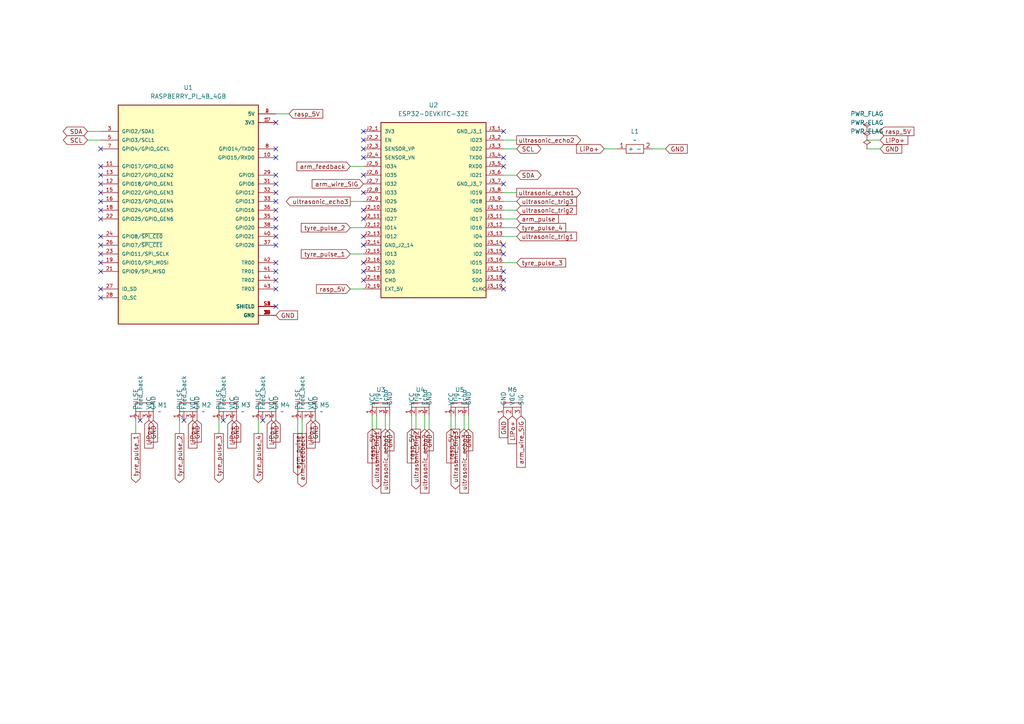
<source format=kicad_sch>
(kicad_sch (version 20250114) (generator "eeschema") (generator_version "9.0")
  (paper "A4")
  (lib_symbols
    (symbol "power:PWR_FLAG" (power) (pin_numbers (hide yes)) (pin_names (offset 0) (hide yes))
      (property "Value" "PWR_FLAG" (at 0 3.81 0))
      (symbol "PWR_FLAG_0_0"
        (pin power_out line (at 0 0 90) (length 0) (name "~") (number "1"))
      )
      (symbol "PWR_FLAG_0_1"
        (polyline (pts (xy 0 0) (xy 0 1.27) (xy -1.016 1.905) (xy 0 2.54) (xy 1.016 1.905) (xy 0 1.27)))
      )
    )
    (symbol "robo:ESP32-DEVKITC-32E" (pin_names (offset 1.016))
      (property "Reference" "U" (at -15.24 26.162 0))
      (property "Value" "ESP32-DEVKITC-32E" (at -15.24 -27.94 0))
      (symbol "ESP32-DEVKITC-32E_0_0"
        (rectangle (start -15.24 -25.4) (end 15.24 25.4) (stroke (width 0.254)) (fill (type background)))
        (pin power_in line (at -20.32 22.86 0) (length 5.08) (name "3V3") (number "J2_1"))
        (pin input line (at -20.32 20.32 0) (length 5.08) (name "EN") (number "J2_2"))
        (pin bidirectional line (at -20.32 17.78 0) (length 5.08) (name "SENSOR_VP") (number "J2_3"))
        (pin bidirectional line (at -20.32 15.24 0) (length 5.08) (name "SENSOR_VN") (number "J2_4"))
        (pin bidirectional line (at -20.32 12.7 0) (length 5.08) (name "IO34") (number "J2_5"))
        (pin bidirectional line (at -20.32 10.16 0) (length 5.08) (name "IO35") (number "J2_6"))
        (pin bidirectional line (at -20.32 7.62 0) (length 5.08) (name "IO32") (number "J2_7"))
        (pin bidirectional line (at -20.32 5.08 0) (length 5.08) (name "IO33") (number "J2_8"))
        (pin bidirectional line (at -20.32 2.54 0) (length 5.08) (name "IO25") (number "J2_9"))
        (pin bidirectional line (at -20.32 0 0) (length 5.08) (name "IO26") (number "J2_10"))
        (pin bidirectional line (at -20.32 -2.54 0) (length 5.08) (name "IO27") (number "J2_11"))
        (pin bidirectional line (at -20.32 -5.08 0) (length 5.08) (name "IO14") (number "J2_12"))
        (pin bidirectional line (at -20.32 -7.62 0) (length 5.08) (name "IO12") (number "J2_13"))
        (pin power_in line (at -20.32 -10.16 0) (length 5.08) (name "GND_J2_14") (number "J2_14"))
        (pin bidirectional line (at -20.32 -12.7 0) (length 5.08) (name "IO13") (number "J2_15"))
        (pin bidirectional line (at -20.32 -15.24 0) (length 5.08) (name "SD2") (number "J2_16"))
        (pin bidirectional line (at -20.32 -17.78 0) (length 5.08) (name "SD3") (number "J2_17"))
        (pin bidirectional line (at -20.32 -20.32 0) (length 5.08) (name "CMD") (number "J2_18"))
        (pin power_in line (at -20.32 -22.86 0) (length 5.08) (name "EXT_5V") (number "J2_19"))
        (pin power_in line (at 20.32 22.86 180) (length 5.08) (name "GND_J3_1") (number "J3_1"))
        (pin bidirectional line (at 20.32 20.32 180) (length 5.08) (name "IO23") (number "J3_2"))
        (pin bidirectional line (at 20.32 17.78 180) (length 5.08) (name "IO22") (number "J3_3"))
        (pin bidirectional line (at 20.32 15.24 180) (length 5.08) (name "TXD0") (number "J3_4"))
        (pin bidirectional line (at 20.32 12.7 180) (length 5.08) (name "RXD0") (number "J3_5"))
        (pin bidirectional line (at 20.32 10.16 180) (length 5.08) (name "IO21") (number "J3_6"))
        (pin power_in line (at 20.32 7.62 180) (length 5.08) (name "GND_J3_7") (number "J3_7"))
        (pin bidirectional line (at 20.32 5.08 180) (length 5.08) (name "IO19") (number "J3_8"))
        (pin bidirectional line (at 20.32 2.54 180) (length 5.08) (name "IO18") (number "J3_9"))
        (pin bidirectional line (at 20.32 0 180) (length 5.08) (name "IO5") (number "J3_10"))
        (pin bidirectional line (at 20.32 -2.54 180) (length 5.08) (name "IO17") (number "J3_11"))
        (pin bidirectional line (at 20.32 -5.08 180) (length 5.08) (name "IO16") (number "J3_12"))
        (pin bidirectional line (at 20.32 -7.62 180) (length 5.08) (name "IO4") (number "J3_13"))
        (pin bidirectional line (at 20.32 -10.16 180) (length 5.08) (name "IO0") (number "J3_14"))
        (pin bidirectional line (at 20.32 -12.7 180) (length 5.08) (name "IO2") (number "J3_15"))
        (pin bidirectional line (at 20.32 -15.24 180) (length 5.08) (name "IO15") (number "J3_16"))
        (pin bidirectional line (at 20.32 -17.78 180) (length 5.08) (name "SD1") (number "J3_17"))
        (pin bidirectional line (at 20.32 -20.32 180) (length 5.08) (name "SD0") (number "J3_18"))
        (pin bidirectional clock (at 20.32 -22.86 180) (length 5.08) (name "CLK") (number "J3_19"))
      )
    )
    (symbol "robo:LiPo_battery"
      (property "Reference" "L" (at 0 0 0))
      (symbol "LiPo_battery_0_1"
        (rectangle (start -2.54 1.27) (end 2.54 -1.27))
      )
      (symbol "LiPo_battery_1_1"
        (pin power_in line (at -5.08 0 0) (length 2.54) (name "+") (number "1"))
        (pin power_in line (at 5.08 0 180) (length 2.54) (name "-") (number "2"))
      )
    )
    (symbol "robo:RASPBERRY_PI_4B_4GB" (pin_names (offset 1.016))
      (property "Reference" "U" (at -20.32 33.528 0))
      (property "Value" "RASPBERRY_PI_4B_4GB" (at -20.32 -33.02 0))
      (symbol "RASPBERRY_PI_4B_4GB_0_0"
        (rectangle (start -20.32 -30.48) (end 20.32 33.02) (stroke (width 0.254)) (fill (type background)))
        (pin bidirectional line (at -25.4 25.4 0) (length 5.08) (name "GPIO2/SDA1") (number "3"))
        (pin bidirectional line (at -25.4 22.86 0) (length 5.08) (name "GPIO3/SCL1") (number "5"))
        (pin bidirectional line (at -25.4 20.32 0) (length 5.08) (name "GPIO4/GPIO_GCKL") (number "7"))
        (pin bidirectional line (at -25.4 15.24 0) (length 5.08) (name "GPIO17/GPIO_GEN0") (number "11"))
        (pin bidirectional line (at -25.4 12.7 0) (length 5.08) (name "GPIO27/GPIO_GEN2") (number "13"))
        (pin bidirectional line (at -25.4 10.16 0) (length 5.08) (name "GPIO18/GPIO_GEN1") (number "12"))
        (pin bidirectional line (at -25.4 7.62 0) (length 5.08) (name "GPIO22/GPIO_GEN3") (number "15"))
        (pin bidirectional line (at -25.4 5.08 0) (length 5.08) (name "GPIO23/GPIO_GEN4") (number "16"))
        (pin bidirectional line (at -25.4 2.54 0) (length 5.08) (name "GPIO24/GPIO_GEN5") (number "18"))
        (pin bidirectional line (at -25.4 0 0) (length 5.08) (name "GPIO25/GPIO_GEN6") (number "22"))
        (pin bidirectional line (at -25.4 -5.08 0) (length 5.08) (name "GPIO8/~{SPI_CE0}") (number "24"))
        (pin bidirectional line (at -25.4 -7.62 0) (length 5.08) (name "GPIO7/~{SPI_CE1}") (number "26"))
        (pin bidirectional line (at -25.4 -10.16 0) (length 5.08) (name "GPIO11/SPI_SCLK") (number "23"))
        (pin bidirectional line (at -25.4 -12.7 0) (length 5.08) (name "GPIO10/SPI_MOSI") (number "19"))
        (pin bidirectional line (at -25.4 -15.24 0) (length 5.08) (name "GPIO9/SPI_MISO") (number "21"))
        (pin bidirectional line (at -25.4 -20.32 0) (length 5.08) (name "ID_SD") (number "27"))
        (pin bidirectional line (at -25.4 -22.86 0) (length 5.08) (name "ID_SC") (number "28"))
        (pin power_in line (at 25.4 30.48 180) (length 5.08) (name "5V") (number "2"))
        (pin power_in line (at 25.4 30.48 180) (length 5.08) (name "5V") (number "4"))
        (pin power_in line (at 25.4 27.94 180) (length 5.08) (name "3V3") (number "1"))
        (pin power_in line (at 25.4 27.94 180) (length 5.08) (name "3V3") (number "17"))
        (pin bidirectional line (at 25.4 20.32 180) (length 5.08) (name "GPIO14/TXD0") (number "8"))
        (pin bidirectional line (at 25.4 17.78 180) (length 5.08) (name "GPIO15/RXD0") (number "10"))
        (pin bidirectional line (at 25.4 12.7 180) (length 5.08) (name "GPIO5") (number "29"))
        (pin bidirectional line (at 25.4 10.16 180) (length 5.08) (name "GPIO6") (number "31"))
        (pin bidirectional line (at 25.4 7.62 180) (length 5.08) (name "GPIO12") (number "32"))
        (pin bidirectional line (at 25.4 5.08 180) (length 5.08) (name "GPIO13") (number "33"))
        (pin bidirectional line (at 25.4 2.54 180) (length 5.08) (name "GPIO16") (number "36"))
        (pin bidirectional line (at 25.4 0 180) (length 5.08) (name "GPIO19") (number "35"))
        (pin bidirectional line (at 25.4 -2.54 180) (length 5.08) (name "GPIO20") (number "38"))
        (pin bidirectional line (at 25.4 -5.08 180) (length 5.08) (name "GPIO21") (number "40"))
        (pin bidirectional line (at 25.4 -7.62 180) (length 5.08) (name "GPIO26") (number "37"))
        (pin bidirectional line (at 25.4 -12.7 180) (length 5.08) (name "TR00") (number "42"))
        (pin bidirectional line (at 25.4 -15.24 180) (length 5.08) (name "TR01") (number "41"))
        (pin bidirectional line (at 25.4 -17.78 180) (length 5.08) (name "TR02") (number "44"))
        (pin bidirectional line (at 25.4 -20.32 180) (length 5.08) (name "TR03") (number "43"))
        (pin power_in line (at 25.4 -25.4 180) (length 5.08) (name "SHIELD") (number "S1"))
        (pin power_in line (at 25.4 -25.4 180) (length 5.08) (name "SHIELD") (number "S2"))
        (pin power_in line (at 25.4 -25.4 180) (length 5.08) (name "SHIELD") (number "S3"))
        (pin power_in line (at 25.4 -25.4 180) (length 5.08) (name "SHIELD") (number "S4"))
        (pin power_in line (at 25.4 -27.94 180) (length 5.08) (name "GND") (number "14"))
        (pin power_in line (at 25.4 -27.94 180) (length 5.08) (name "GND") (number "20"))
        (pin power_in line (at 25.4 -27.94 180) (length 5.08) (name "GND") (number "25"))
        (pin power_in line (at 25.4 -27.94 180) (length 5.08) (name "GND") (number "30"))
        (pin power_in line (at 25.4 -27.94 180) (length 5.08) (name "GND") (number "34"))
        (pin power_in line (at 25.4 -27.94 180) (length 5.08) (name "GND") (number "39"))
        (pin power_in line (at 25.4 -27.94 180) (length 5.08) (name "GND") (number "6"))
        (pin power_in line (at 25.4 -27.94 180) (length 5.08) (name "GND") (number "9"))
      )
    )
    (symbol "robo:arm_servo"
      (property "Reference" "M" (at 0 3.048 0))
      (symbol "arm_servo_0_1"
        (rectangle (start -2.54 3.81) (end 2.54 2.54))
      )
      (symbol "arm_servo_1_1"
        (pin input line (at -2.54 0 90) (length 2.54) (name "GND") (number "1"))
        (pin power_in line (at 0 0 90) (length 2.54) (name "VCC") (number "2"))
        (pin input line (at 2.54 0 90) (length 2.54) (name "SIG") (number "3"))
      )
    )
    (symbol "robo:servo_motor"
      (property "Reference" "M" (at 0 0 0))
      (symbol "servo_motor_0_1"
        (rectangle (start -2.54 1.27) (end 2.54 -1.27))
      )
      (symbol "servo_motor_1_1"
        (pin input line (at -2.54 -3.81 90) (length 2.54) (name "PULSE") (number "1"))
        (pin output line (at -1.27 -3.81 90) (length 2.54) (name "Feed_back") (number "2"))
        (pin power_in line (at 1.27 -3.81 90) (length 2.54) (name "VCC") (number "3"))
        (pin power_in line (at 2.54 -3.81 90) (length 2.54) (name "GND") (number "4"))
      )
    )
    (symbol "robo:ultrasonic_sensor"
      (property "Reference" "U" (at 0 0 0))
      (symbol "ultrasonic_sensor_0_1"
        (rectangle (start -2.54 1.27) (end 2.54 0))
      )
      (symbol "ultrasonic_sensor_1_1"
        (pin power_in line (at -2.54 -2.54 90) (length 2.54) (name "VCC") (number "1"))
        (pin input line (at -1.27 -2.54 90) (length 2.54) (name "Trig") (number "2"))
        (pin input line (at 1.27 -2.54 90) (length 2.54) (name "Echo") (number "3"))
        (pin input line (at 2.54 -2.54 90) (length 2.54) (name "GND") (number "4"))
      )
    )
  )
  (no_connect (at 80.01 66.04))
  (no_connect (at 105.41 60.96))
  (no_connect (at 64.77 121.92))
  (no_connect (at 105.41 40.64))
  (no_connect (at 105.41 55.88))
  (no_connect (at 146.05 48.26))
  (no_connect (at 29.21 43.18))
  (no_connect (at 80.01 83.82))
  (no_connect (at 80.01 55.88))
  (no_connect (at 105.41 71.12))
  (no_connect (at 105.41 78.74))
  (no_connect (at 146.05 81.28))
  (no_connect (at 146.05 73.66))
  (no_connect (at 29.21 68.58))
  (no_connect (at 105.41 68.58))
  (no_connect (at 105.41 45.72))
  (no_connect (at 80.01 71.12))
  (no_connect (at 80.01 68.58))
  (no_connect (at 29.21 83.82))
  (no_connect (at 29.21 55.88))
  (no_connect (at 40.64 121.92))
  (no_connect (at 146.05 53.34))
  (no_connect (at 29.21 78.74))
  (no_connect (at 105.41 43.18))
  (no_connect (at 29.21 86.36))
  (no_connect (at 80.01 45.72))
  (no_connect (at 146.05 38.1))
  (no_connect (at 105.41 81.28))
  (no_connect (at 80.01 53.34))
  (no_connect (at 29.21 50.8))
  (no_connect (at 80.01 50.8))
  (no_connect (at 80.01 78.74))
  (no_connect (at 80.01 60.96))
  (no_connect (at 29.21 73.66))
  (no_connect (at 80.01 35.56))
  (no_connect (at 146.05 71.12))
  (no_connect (at 29.21 76.2))
  (no_connect (at 76.2 121.92))
  (no_connect (at 29.21 58.42))
  (no_connect (at 80.01 76.2))
  (no_connect (at 80.01 63.5))
  (no_connect (at 80.01 81.28))
  (no_connect (at 29.21 63.5))
  (no_connect (at 80.01 58.42))
  (no_connect (at 80.01 43.18))
  (no_connect (at 29.21 71.12))
  (no_connect (at 29.21 60.96))
  (no_connect (at 53.34 121.92))
  (no_connect (at 29.21 48.26))
  (no_connect (at 105.41 50.8))
  (no_connect (at 29.21 53.34))
  (no_connect (at 105.41 76.2))
  (no_connect (at 146.05 78.74))
  (no_connect (at 146.05 83.82))
  (no_connect (at 80.01 88.9))
  (no_connect (at 146.05 45.72))
  (no_connect (at 105.41 63.5))
  (no_connect (at 105.41 38.1))
  (wire (pts (xy 86.36 121.92) (xy 86.36 125.73)))
  (wire (pts (xy 109.22 120.65) (xy 109.22 124.46)))
  (wire (pts (xy 119.38 120.65) (xy 119.38 124.46)))
  (wire (pts (xy 101.6 66.04) (xy 105.41 66.04)))
  (wire (pts (xy 107.95 120.65) (xy 107.95 124.46)))
  (wire (pts (xy 146.05 63.5) (xy 149.86 63.5)))
  (wire (pts (xy 120.65 120.65) (xy 120.65 124.46)))
  (wire (pts (xy 111.76 120.65) (xy 111.76 124.46)))
  (wire (pts (xy 189.23 43.18) (xy 193.04 43.18)))
  (wire (pts (xy 146.05 60.96) (xy 149.86 60.96)))
  (wire (pts (xy 146.05 50.8) (xy 149.86 50.8)))
  (wire (pts (xy 113.03 120.65) (xy 113.03 124.46)))
  (wire (pts (xy 25.4 40.64) (xy 29.21 40.64)))
  (wire (pts (xy 255.27 43.18) (xy 251.46 43.18)))
  (wire (pts (xy 80.01 33.02) (xy 83.82 33.02)))
  (wire (pts (xy 25.4 38.1) (xy 29.21 38.1)))
  (wire (pts (xy 101.6 83.82) (xy 105.41 83.82)))
  (wire (pts (xy 87.63 121.92) (xy 87.63 125.73)))
  (wire (pts (xy 146.05 40.64) (xy 149.86 40.64)))
  (wire (pts (xy 255.27 40.64) (xy 251.46 40.64)))
  (wire (pts (xy 63.5 121.92) (xy 63.5 125.73)))
  (wire (pts (xy 146.05 55.88) (xy 149.86 55.88)))
  (wire (pts (xy 124.46 120.65) (xy 124.46 124.46)))
  (wire (pts (xy 146.05 43.18) (xy 149.86 43.18)))
  (wire (pts (xy 123.19 120.65) (xy 123.19 124.46)))
  (wire (pts (xy 251.46 38.1) (xy 255.27 38.1)))
  (wire (pts (xy 134.62 120.65) (xy 134.62 124.46)))
  (wire (pts (xy 146.05 58.42) (xy 149.86 58.42)))
  (wire (pts (xy 39.37 121.92) (xy 39.37 125.73)))
  (wire (pts (xy 101.6 48.26) (xy 105.41 48.26)))
  (wire (pts (xy 175.26 43.18) (xy 179.07 43.18)))
  (wire (pts (xy 135.89 120.65) (xy 135.89 124.46)))
  (wire (pts (xy 74.93 121.92) (xy 74.93 125.73)))
  (wire (pts (xy 146.05 68.58) (xy 149.86 68.58)))
  (wire (pts (xy 101.6 73.66) (xy 105.41 73.66)))
  (wire (pts (xy 101.6 58.42) (xy 105.41 58.42)))
  (wire (pts (xy 146.05 76.2) (xy 149.86 76.2)))
  (wire (pts (xy 146.05 66.04) (xy 149.86 66.04)))
  (wire (pts (xy 130.81 120.65) (xy 130.81 124.46)))
  (wire (pts (xy 132.08 120.65) (xy 132.08 124.46)))
  (wire (pts (xy 52.07 121.92) (xy 52.07 125.73)))
  (global_label "tyre_pulse_4" (shape input) (at 149.86 66.04 0) (property "Intersheetrefs" "${INTERSHEET_REFS}" (effects (hide yes))))
  (global_label "tyre_pulse_3" (shape input) (at 149.86 76.2 0) (property "Intersheetrefs" "${INTERSHEET_REFS}" (effects (hide yes))))
  (global_label "GND" (shape input) (at 68.58 121.92 270) (property "Intersheetrefs" "${INTERSHEET_REFS}" (effects (hide yes))))
  (global_label "rasp_5V" (shape input) (at 130.81 124.46 270) (property "Intersheetrefs" "${INTERSHEET_REFS}" (effects (hide yes))))
  (global_label "LiPo+" (shape input) (at 67.31 121.92 270) (property "Intersheetrefs" "${INTERSHEET_REFS}" (effects (hide yes))))
  (global_label "GND" (shape input) (at 255.27 43.18 0) (property "Intersheetrefs" "${INTERSHEET_REFS}" (effects (hide yes))))
  (global_label "LiPo+" (shape input) (at 148.59 120.65 270) (property "Intersheetrefs" "${INTERSHEET_REFS}" (effects (hide yes))))
  (global_label "GND" (shape input) (at 146.05 120.65 270) (property "Intersheetrefs" "${INTERSHEET_REFS}" (effects (hide yes))))
  (global_label "LiPo+" (shape input) (at 78.74 121.92 270) (property "Intersheetrefs" "${INTERSHEET_REFS}" (effects (hide yes))))
  (global_label "GND" (shape input) (at 193.04 43.18 0) (property "Intersheetrefs" "${INTERSHEET_REFS}" (effects (hide yes))))
  (global_label "ultrasonic_echo2" (shape output) (at 149.86 40.64 0) (property "Intersheetrefs" "${INTERSHEET_REFS}" (effects (hide yes))))
  (global_label "LiPo+" (shape input) (at 55.88 121.92 270) (property "Intersheetrefs" "${INTERSHEET_REFS}" (effects (hide yes))))
  (global_label "ultrasonic_echo3" (shape output) (at 101.6 58.42 180) (property "Intersheetrefs" "${INTERSHEET_REFS}" (effects (hide yes))))
  (global_label "arm_pulse" (shape output) (at 86.36 125.73 270) (property "Intersheetrefs" "${INTERSHEET_REFS}" (effects (hide yes))))
  (global_label "arm_wire_SIG" (shape input) (at 105.41 53.34 180) (property "Intersheetrefs" "${INTERSHEET_REFS}" (effects (hide yes))))
  (global_label "arm_wire_SIG" (shape input) (at 151.13 120.65 270) (property "Intersheetrefs" "${INTERSHEET_REFS}" (effects (hide yes))))
  (global_label "rasp_5V" (shape input) (at 255.27 38.1 0) (property "Intersheetrefs" "${INTERSHEET_REFS}" (effects (hide yes))))
  (global_label "GND" (shape input) (at 57.15 121.92 270) (property "Intersheetrefs" "${INTERSHEET_REFS}" (effects (hide yes))))
  (global_label "GND" (shape input) (at 135.89 124.46 270) (property "Intersheetrefs" "${INTERSHEET_REFS}" (effects (hide yes))))
  (global_label "tyre_pulse_2" (shape output) (at 52.07 125.73 270) (property "Intersheetrefs" "${INTERSHEET_REFS}" (effects (hide yes))))
  (global_label "ultrasonic_echo1" (shape output) (at 149.86 55.88 0) (property "Intersheetrefs" "${INTERSHEET_REFS}" (effects (hide yes))))
  (global_label "LiPo+" (shape input) (at 90.17 121.92 270) (property "Intersheetrefs" "${INTERSHEET_REFS}" (effects (hide yes))))
  (global_label "rasp_5V" (shape input) (at 101.6 83.82 180) (property "Intersheetrefs" "${INTERSHEET_REFS}" (effects (hide yes))))
  (global_label "rasp_5V" (shape input) (at 83.82 33.02 0) (property "Intersheetrefs" "${INTERSHEET_REFS}" (effects (hide yes))))
  (global_label "tyre_pulse_1" (shape input) (at 101.6 73.66 180) (property "Intersheetrefs" "${INTERSHEET_REFS}" (effects (hide yes))))
  (global_label "tyre_pulse_1" (shape output) (at 39.37 125.73 270) (property "Intersheetrefs" "${INTERSHEET_REFS}" (effects (hide yes))))
  (global_label "arm_feedback" (shape output) (at 87.63 125.73 270) (property "Intersheetrefs" "${INTERSHEET_REFS}" (effects (hide yes))))
  (global_label "GND" (shape input) (at 124.46 124.46 270) (property "Intersheetrefs" "${INTERSHEET_REFS}" (effects (hide yes))))
  (global_label "ultrasonic_echo2" (shape input) (at 123.19 124.46 270) (property "Intersheetrefs" "${INTERSHEET_REFS}" (effects (hide yes))))
  (global_label "tyre_pulse_4" (shape output) (at 74.93 125.73 270) (property "Intersheetrefs" "${INTERSHEET_REFS}" (effects (hide yes))))
  (global_label "SCL" (shape bidirectional) (at 149.86 43.18 0) (property "Intersheetrefs" "${INTERSHEET_REFS}" (effects (hide yes))))
  (global_label "SDA" (shape bidirectional) (at 149.86 50.8 0) (property "Intersheetrefs" "${INTERSHEET_REFS}" (effects (hide yes))))
  (global_label "ultrasonic_echo1" (shape input) (at 111.76 124.46 270) (property "Intersheetrefs" "${INTERSHEET_REFS}" (effects (hide yes))))
  (global_label "GND" (shape input) (at 80.01 121.92 270) (property "Intersheetrefs" "${INTERSHEET_REFS}" (effects (hide yes))))
  (global_label "tyre_pulse_3" (shape output) (at 63.5 125.73 270) (property "Intersheetrefs" "${INTERSHEET_REFS}" (effects (hide yes))))
  (global_label "GND" (shape input) (at 91.44 121.92 270) (property "Intersheetrefs" "${INTERSHEET_REFS}" (effects (hide yes))))
  (global_label "GND" (shape input) (at 80.01 91.44 0) (property "Intersheetrefs" "${INTERSHEET_REFS}" (effects (hide yes))))
  (global_label "SCL" (shape bidirectional) (at 25.4 40.64 180) (property "Intersheetrefs" "${INTERSHEET_REFS}" (effects (hide yes))))
  (global_label "rasp_5V" (shape input) (at 119.38 124.46 270) (property "Intersheetrefs" "${INTERSHEET_REFS}" (effects (hide yes))))
  (global_label "arm_pulse" (shape input) (at 149.86 63.5 0) (property "Intersheetrefs" "${INTERSHEET_REFS}" (effects (hide yes))))
  (global_label "ultrasonic_trig1" (shape output) (at 109.22 124.46 270) (property "Intersheetrefs" "${INTERSHEET_REFS}" (effects (hide yes))))
  (global_label "LiPo+" (shape input) (at 43.18 121.92 270) (property "Intersheetrefs" "${INTERSHEET_REFS}" (effects (hide yes))))
  (global_label "ultrasonic_echo3" (shape input) (at 134.62 124.46 270) (property "Intersheetrefs" "${INTERSHEET_REFS}" (effects (hide yes))))
  (global_label "LiPo+" (shape input) (at 175.26 43.18 180) (property "Intersheetrefs" "${INTERSHEET_REFS}" (effects (hide yes))))
  (global_label "ultrasonic_trig1" (shape input) (at 149.86 68.58 0) (property "Intersheetrefs" "${INTERSHEET_REFS}" (effects (hide yes))))
  (global_label "ultrasonic_trig2" (shape input) (at 149.86 60.96 0) (property "Intersheetrefs" "${INTERSHEET_REFS}" (effects (hide yes))))
  (global_label "LiPo+" (shape input) (at 255.27 40.64 0) (property "Intersheetrefs" "${INTERSHEET_REFS}" (effects (hide yes))))
  (global_label "arm_feedback" (shape input) (at 101.6 48.26 180) (property "Intersheetrefs" "${INTERSHEET_REFS}" (effects (hide yes))))
  (global_label "ultrasonic_trig3" (shape output) (at 132.08 124.46 270) (property "Intersheetrefs" "${INTERSHEET_REFS}" (effects (hide yes))))
  (global_label "tyre_pulse_2" (shape input) (at 101.6 66.04 180) (property "Intersheetrefs" "${INTERSHEET_REFS}" (effects (hide yes))))
  (global_label "ultrasonic_trig2" (shape output) (at 120.65 124.46 270) (property "Intersheetrefs" "${INTERSHEET_REFS}" (effects (hide yes))))
  (global_label "ultrasonic_trig3" (shape input) (at 149.86 58.42 0) (property "Intersheetrefs" "${INTERSHEET_REFS}" (effects (hide yes))))
  (global_label "SDA" (shape bidirectional) (at 25.4 38.1 180) (property "Intersheetrefs" "${INTERSHEET_REFS}" (effects (hide yes))))
  (global_label "GND" (shape input) (at 44.45 121.92 270) (property "Intersheetrefs" "${INTERSHEET_REFS}" (effects (hide yes))))
  (global_label "GND" (shape input) (at 113.03 124.46 270) (property "Intersheetrefs" "${INTERSHEET_REFS}" (effects (hide yes))))
  (global_label "rasp_5V" (shape input) (at 107.95 124.46 270) (property "Intersheetrefs" "${INTERSHEET_REFS}" (effects (hide yes))))
  (symbol (lib_id "power:PWR_FLAG") (at 251.46 38.1 0) (unit 1)
    (property "Reference" "#FLG1" (effects (hide yes)))
    (property "Value" "PWR_FLAG" (at 251.46 33.02 0))
    (property "Description" "Special symbol for telling ERC where power comes from" (effects (hide yes)))
  )
  (symbol (lib_id "robo:RASPBERRY_PI_4B_4GB") (at 54.61 63.5 0) (unit 1)
    (property "Reference" "U1" (at 54.61 25.4 0))
    (property "Value" "RASPBERRY_PI_4B_4GB" (at 54.61 27.94 0))
    (property "Footprint" "robo:raspberrypi5 small" (effects (hide yes)))
    (property "MF" "Raspberry Pi" (effects (hide yes)))
    (property "MAXIMUM_PACKAGE_HEIGHT" "16 mm" (effects (hide yes)))
    (property "Package" "None" (effects (hide yes)))
    (property "Price" "None" (effects (hide yes)))
    (property "Check_prices" "https://www.snapeda.com/parts/RASPBERRY%20PI%204B/4GB/Raspberry+Pi/view-part/?ref=eda" (effects (hide yes)))
    (property "STANDARD" "Manufacturer Recommendations" (effects (hide yes)))
    (property "PARTREV" "4" (effects (hide yes)))
    (property "SnapEDA_Link" "https://www.snapeda.com/parts/RASPBERRY%20PI%204B/4GB/Raspberry+Pi/view-part/?ref=snap" (effects (hide yes)))
    (property "MP" "RASPBERRY PI 4B/4GB" (effects (hide yes)))
    (property "Description_1" "\n                        \n                            BCM2711 Raspberry Pi 4 Model B 4GB - ARM® Cortex®-A72 MPU Embedded Evaluation Board\n                        \n" (effects (hide yes)))
    (property "MANUFACTURER" "Raspberry Pi" (effects (hide yes)))
    (property "Availability" "In Stock" (effects (hide yes)))
    (property "SNAPEDA_PN" "RASPBERRY PI 4B/4GB" (effects (hide yes)))
  )
  (symbol (lib_id "robo:ultrasonic_sensor") (at 133.35 118.11 0) (unit 1)
    (property "Reference" "U5" (at 133.35 113.03 0))
    (property "Value" "~" (at 133.35 115.57 0))
    (property "Footprint" "robo:ultrasonic" (effects (hide yes)))
  )
  (symbol (lib_id "robo:servo_motor") (at 54.61 118.11 0) (unit 1)
    (property "Reference" "M2" (at 58.42 117.4749 0) (effects (justify left)))
    (property "Value" "~" (at 58.42 119.38 0) (effects (justify left)))
    (property "Footprint" "robo:servo_motor" (effects (hide yes)))
  )
  (symbol (lib_id "robo:LiPo_battery") (at 184.15 43.18 0) (unit 1)
    (property "Reference" "L1" (at 184.15 38.1 0))
    (property "Value" "~" (at 184.15 40.64 0))
    (property "Footprint" "robo:LiPo" (effects (hide yes)))
  )
  (symbol (lib_id "robo:ESP32-DEVKITC-32E") (at 125.73 60.96 0) (unit 1)
    (property "Reference" "U2" (at 125.73 30.48 0))
    (property "Value" "ESP32-DEVKITC-32E" (at 125.73 33.02 0))
    (property "Footprint" "robo:MODULE_ESP32-DEVKITC-32E" (effects (hide yes)))
    (property "MF" "Espressif Systems" (effects (hide yes)))
    (property "Description_1" "\n- ESP32-WROOM-32E Transceiver; 802.11 b/g/n (Wi-Fi, WiFi, WLAN), Bluetooth® Smart Ready 4.x Dual Mode 2.4GHz Evaluation Board\n" (effects (hide yes)))
    (property "Package" "None" (effects (hide yes)))
    (property "Price" "None" (effects (hide yes)))
    (property "Check_prices" "https://www.snapeda.com/parts/ESP32-DEVKITC-32E/Espressif+Systems/view-part/?ref=eda" (effects (hide yes)))
    (property "STANDARD" "Manufacturer Recommendations" (effects (hide yes)))
    (property "PARTREV" "1.4" (effects (hide yes)))
    (property "SnapEDA_Link" "https://www.snapeda.com/parts/ESP32-DEVKITC-32E/Espressif+Systems/view-part/?ref=snap" (effects (hide yes)))
    (property "MP" "ESP32-DEVKITC-32E" (effects (hide yes)))
    (property "Availability" "In Stock" (effects (hide yes)))
    (property "MANUFACTURER" "Espressif Systems" (effects (hide yes)))
  )
  (symbol (lib_id "robo:servo_motor") (at 66.04 118.11 0) (unit 1)
    (property "Reference" "M3" (at 69.85 117.4749 0) (effects (justify left)))
    (property "Value" "~" (at 69.85 119.38 0) (effects (justify left)))
    (property "Footprint" "robo:servo_motor" (effects (hide yes)))
  )
  (symbol (lib_id "robo:ultrasonic_sensor") (at 110.49 118.11 0) (unit 1)
    (property "Reference" "U3" (at 110.49 113.03 0))
    (property "Value" "~" (at 110.49 115.57 0))
    (property "Footprint" "robo:ultrasonic" (effects (hide yes)))
  )
  (symbol (lib_id "power:PWR_FLAG") (at 251.46 40.64 0) (unit 1)
    (property "Reference" "#FLG2" (effects (hide yes)))
    (property "Value" "PWR_FLAG" (at 251.46 35.56 0))
    (property "Description" "Special symbol for telling ERC where power comes from" (effects (hide yes)))
  )
  (symbol (lib_id "robo:arm_servo") (at 148.59 120.65 0) (unit 1)
    (property "Reference" "M6" (at 148.59 113.03 0))
    (property "Value" "~" (at 148.59 115.57 0))
    (property "Footprint" "robo:arm_wire_motor" (effects (hide yes)))
  )
  (symbol (lib_id "robo:servo_motor") (at 77.47 118.11 0) (unit 1)
    (property "Reference" "M4" (at 81.28 117.4749 0) (effects (justify left)))
    (property "Value" "~" (at 81.28 119.38 0) (effects (justify left)))
    (property "Footprint" "robo:servo_motor" (effects (hide yes)))
  )
  (symbol (lib_id "robo:servo_motor") (at 88.9 118.11 0) (unit 1)
    (property "Reference" "M5" (at 92.71 117.4749 0) (effects (justify left)))
    (property "Value" "~" (at 92.71 119.38 0) (effects (justify left)))
    (property "Footprint" "robo:servo_motor" (effects (hide yes)))
  )
  (symbol (lib_id "robo:servo_motor") (at 41.91 118.11 0) (unit 1)
    (property "Reference" "M1" (at 45.72 117.4749 0) (effects (justify left)))
    (property "Value" "~" (at 45.72 119.38 0) (effects (justify left)))
    (property "Footprint" "robo:servo_motor" (effects (hide yes)))
  )
  (symbol (lib_id "robo:ultrasonic_sensor") (at 121.92 118.11 0) (unit 1)
    (property "Reference" "U4" (at 121.92 113.03 0))
    (property "Value" "~" (at 121.92 115.57 0))
    (property "Footprint" "robo:ultrasonic" (effects (hide yes)))
  )
  (symbol (lib_id "power:PWR_FLAG") (at 251.46 43.18 0) (unit 1)
    (property "Reference" "#FLG3" (effects (hide yes)))
    (property "Value" "PWR_FLAG" (at 251.46 38.1 0))
    (property "Description" "Special symbol for telling ERC where power comes from" (effects (hide yes)))
  )
)
</source>
